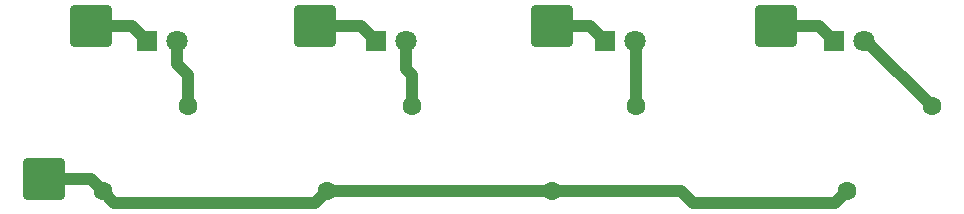
<source format=gbr>
%TF.GenerationSoftware,KiCad,Pcbnew,6.0.5*%
%TF.CreationDate,2022-09-22T17:45:59+02:00*%
%TF.ProjectId,ABS_Simulator_LEDs_b,4142535f-5369-46d7-956c-61746f725f4c,1.0*%
%TF.SameCoordinates,Original*%
%TF.FileFunction,Copper,L2,Bot*%
%TF.FilePolarity,Positive*%
%FSLAX46Y46*%
G04 Gerber Fmt 4.6, Leading zero omitted, Abs format (unit mm)*
G04 Created by KiCad (PCBNEW 6.0.5) date 2022-09-22 17:45:59*
%MOMM*%
%LPD*%
G01*
G04 APERTURE LIST*
G04 Aperture macros list*
%AMRoundRect*
0 Rectangle with rounded corners*
0 $1 Rounding radius*
0 $2 $3 $4 $5 $6 $7 $8 $9 X,Y pos of 4 corners*
0 Add a 4 corners polygon primitive as box body*
4,1,4,$2,$3,$4,$5,$6,$7,$8,$9,$2,$3,0*
0 Add four circle primitives for the rounded corners*
1,1,$1+$1,$2,$3*
1,1,$1+$1,$4,$5*
1,1,$1+$1,$6,$7*
1,1,$1+$1,$8,$9*
0 Add four rect primitives between the rounded corners*
20,1,$1+$1,$2,$3,$4,$5,0*
20,1,$1+$1,$4,$5,$6,$7,0*
20,1,$1+$1,$6,$7,$8,$9,0*
20,1,$1+$1,$8,$9,$2,$3,0*%
%AMHorizOval*
0 Thick line with rounded ends*
0 $1 width*
0 $2 $3 position (X,Y) of the first rounded end (center of the circle)*
0 $4 $5 position (X,Y) of the second rounded end (center of the circle)*
0 Add line between two ends*
20,1,$1,$2,$3,$4,$5,0*
0 Add two circle primitives to create the rounded ends*
1,1,$1,$2,$3*
1,1,$1,$4,$5*%
G04 Aperture macros list end*
%TA.AperFunction,ComponentPad*%
%ADD10R,1.800000X1.800000*%
%TD*%
%TA.AperFunction,ComponentPad*%
%ADD11C,1.800000*%
%TD*%
%TA.AperFunction,ComponentPad*%
%ADD12RoundRect,0.250002X-1.499998X-1.499998X1.499998X-1.499998X1.499998X1.499998X-1.499998X1.499998X0*%
%TD*%
%TA.AperFunction,ComponentPad*%
%ADD13C,1.600000*%
%TD*%
%TA.AperFunction,ComponentPad*%
%ADD14HorizOval,1.600000X0.000000X0.000000X0.000000X0.000000X0*%
%TD*%
%TA.AperFunction,Conductor*%
%ADD15C,1.000000*%
%TD*%
G04 APERTURE END LIST*
D10*
%TO.P,D4,1,K*%
%TO.N,Net-(D4-Pad1)*%
X149930000Y-85250000D03*
D11*
%TO.P,D4,2,A*%
%TO.N,Net-(D4-Pad2)*%
X152470000Y-85250000D03*
%TD*%
D12*
%TO.P,J5,1,Pin_1*%
%TO.N,Net-(D4-Pad1)*%
X145000000Y-84000000D03*
%TD*%
D10*
%TO.P,D1,1,K*%
%TO.N,Net-(D1-Pad1)*%
X91730000Y-85250000D03*
D11*
%TO.P,D1,2,A*%
%TO.N,Net-(D1-Pad2)*%
X94270000Y-85250000D03*
%TD*%
D13*
%TO.P,R2,1*%
%TO.N,+12V*%
X107000000Y-98000000D03*
D14*
%TO.P,R2,2*%
%TO.N,Net-(D2-Pad2)*%
X114184205Y-90815795D03*
%TD*%
D13*
%TO.P,R3,1*%
%TO.N,+12V*%
X126000000Y-98000000D03*
D14*
%TO.P,R3,2*%
%TO.N,Net-(D3-Pad2)*%
X133184205Y-90815795D03*
%TD*%
D12*
%TO.P,J1,1,Pin_1*%
%TO.N,+12V*%
X83000000Y-97000000D03*
%TD*%
D13*
%TO.P,R1,1*%
%TO.N,+12V*%
X88000000Y-98000000D03*
D14*
%TO.P,R1,2*%
%TO.N,Net-(D1-Pad2)*%
X95184205Y-90815795D03*
%TD*%
D13*
%TO.P,R4,1*%
%TO.N,+12V*%
X151000000Y-98000000D03*
D14*
%TO.P,R4,2*%
%TO.N,Net-(D4-Pad2)*%
X158184205Y-90815795D03*
%TD*%
D12*
%TO.P,J2,1,Pin_1*%
%TO.N,Net-(D1-Pad1)*%
X87000000Y-84000000D03*
%TD*%
D10*
%TO.P,D3,1,K*%
%TO.N,Net-(D3-Pad1)*%
X130525000Y-85250000D03*
D11*
%TO.P,D3,2,A*%
%TO.N,Net-(D3-Pad2)*%
X133065000Y-85250000D03*
%TD*%
D12*
%TO.P,J4,1,Pin_1*%
%TO.N,Net-(D3-Pad1)*%
X126000000Y-84000000D03*
%TD*%
D10*
%TO.P,D2,1,K*%
%TO.N,Net-(D2-Pad1)*%
X111125000Y-85250000D03*
D11*
%TO.P,D2,2,A*%
%TO.N,Net-(D2-Pad2)*%
X113665000Y-85250000D03*
%TD*%
D12*
%TO.P,J3,1,Pin_1*%
%TO.N,Net-(D2-Pad1)*%
X106000000Y-84000000D03*
%TD*%
D15*
%TO.N,Net-(D1-Pad1)*%
X91730000Y-85250000D02*
X90480000Y-84000000D01*
X90480000Y-84000000D02*
X87000000Y-84000000D01*
%TO.N,Net-(D1-Pad2)*%
X94270000Y-87270000D02*
X95184205Y-88184205D01*
X94270000Y-85250000D02*
X94270000Y-87270000D01*
X95184205Y-90815795D02*
X95184205Y-88184205D01*
%TO.N,Net-(D2-Pad1)*%
X109875000Y-84000000D02*
X106000000Y-84000000D01*
X111125000Y-85250000D02*
X109875000Y-84000000D01*
%TO.N,Net-(D2-Pad2)*%
X113665000Y-87665000D02*
X114184205Y-88184205D01*
X113665000Y-85250000D02*
X113665000Y-87665000D01*
X114184205Y-90815795D02*
X114184205Y-88184205D01*
%TO.N,Net-(D3-Pad1)*%
X130525000Y-85250000D02*
X129275000Y-84000000D01*
X129275000Y-84000000D02*
X126000000Y-84000000D01*
%TO.N,Net-(D3-Pad2)*%
X133184205Y-90815795D02*
X133184205Y-85369205D01*
X133184205Y-85369205D02*
X133065000Y-85250000D01*
%TO.N,Net-(D4-Pad1)*%
X148680000Y-84000000D02*
X145000000Y-84000000D01*
X149930000Y-85250000D02*
X148680000Y-84000000D01*
%TO.N,Net-(D4-Pad2)*%
X152618410Y-85250000D02*
X152470000Y-85250000D01*
X158184205Y-90815795D02*
X152618410Y-85250000D01*
%TO.N,+12V*%
X150000000Y-99000000D02*
X151000000Y-98000000D01*
X83000000Y-97000000D02*
X87000000Y-97000000D01*
X89000000Y-99000000D02*
X106000000Y-99000000D01*
X137000000Y-98000000D02*
X138000000Y-99000000D01*
X126000000Y-98000000D02*
X137000000Y-98000000D01*
X88000000Y-98000000D02*
X89000000Y-99000000D01*
X138000000Y-99000000D02*
X150000000Y-99000000D01*
X106000000Y-99000000D02*
X107000000Y-98000000D01*
X87000000Y-97000000D02*
X88000000Y-98000000D01*
X107000000Y-98000000D02*
X126000000Y-98000000D01*
%TD*%
M02*

</source>
